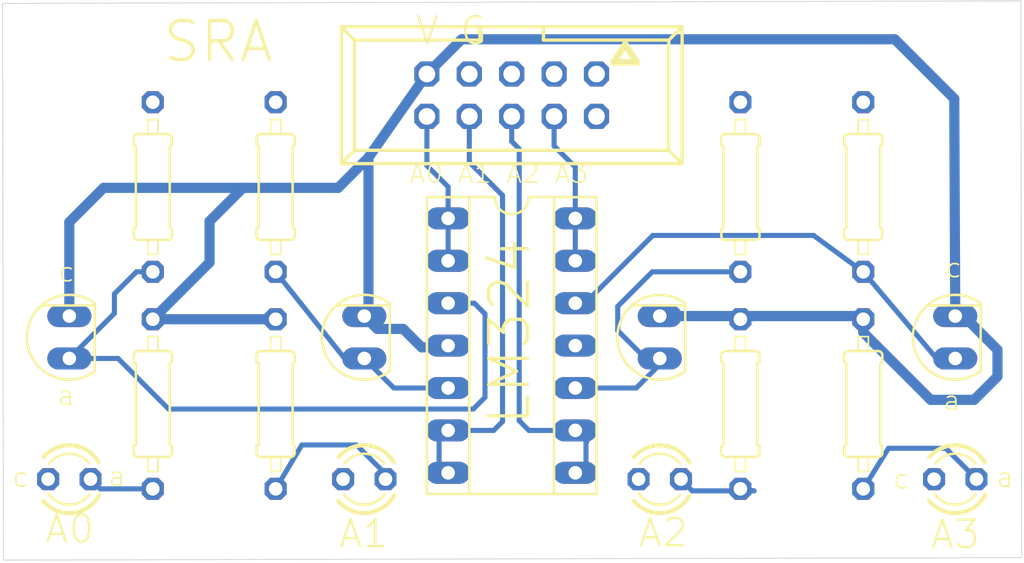
<source format=kicad_pcb>
(kicad_pcb (version 20210824) (generator pcbnew)
  (layers (0 "F.Cu" signal) (31 "B.Cu" signal) (34 "B.Paste" user) (35 "F.Paste" user) (36 "B.SilkS" user "B.Silkscreen") (37 "F.SilkS" user "F.Silkscreen") (38 "B.Mask" user) (39 "F.Mask" user) (44 "Edge.Cuts" user))
  (net 0 "")
  (net 1 "N$1")
  (net 2 "VCC")
  (net 3 "GND")
  (net 4 "N$2")
  (net 5 "N$3")
  (net 6 "N$4")
  (net 7 "N$6")
  (net 8 "N$5")
  (net 9 "A0")
  (net 10 "N$8")
  (net 11 "A3")
  (net 12 "A2")
  (net 13 "A1")
  (net 14 "NS7")
  (footprint "lsar:0207_10" (layer "F.Cu") (at 134.3361 112.4036 90)
    (fp_text reference "R4" hide)
    (fp_text value "" hide)
    (fp_line (start 2.413 1.016) (end 2.54 1.143) (layer "F.SilkS") (width 0.1524))
    (fp_line (start -2.413 -1.016) (end -2.54 -1.143) (layer "F.SilkS") (width 0.1524))
    (fp_line (start -2.921 -1.143) (end -2.54 -1.143) (layer "F.SilkS") (width 0.1524))
    (fp_line (start 2.921 -1.143) (end 2.54 -1.143) (layer "F.SilkS") (width 0.1524))
    (fp_line (start 2.921 1.143) (end 2.54 1.143) (layer "F.SilkS") (width 0.1524))
    (fp_line (start -3.175 0.889) (end -3.175 -0.889) (layer "F.SilkS") (width 0.1524))
    (fp_line (start 2.413 1.016) (end -2.413 1.016) (layer "F.SilkS") (width 0.1524))
    (fp_line (start -2.921 1.143) (end -2.54 1.143) (layer "F.SilkS") (width 0.1524))
    (fp_line (start 2.413 -1.016) (end -2.413 -1.016) (layer "F.SilkS") (width 0.1524))
    (fp_line (start 3.175 0.889) (end 3.175 -0.889) (layer "F.SilkS") (width 0.1524))
    (fp_line (start -2.413 1.016) (end -2.54 1.143) (layer "F.SilkS") (width 0.1524))
    (fp_line (start 2.413 -1.016) (end 2.54 -1.143) (layer "F.SilkS") (width 0.1524))
    (fp_arc (start -2.921 -0.889) (end -3.175 -0.889) (angle 90) (layer "F.SilkS") (width 0.1524))
    (fp_arc (start -2.921 0.889) (end -3.175 0.889) (angle -90) (layer "F.SilkS") (width 0.1524))
    (fp_arc (start 2.921 -0.889) (end 2.921 -1.143) (angle 90) (layer "F.SilkS") (width 0.1524))
    (fp_arc (start 2.921 0.889) (end 2.921 1.143) (angle -90) (layer "F.SilkS") (width 0.1524))
    (fp_poly (pts (xy -4.0386 0.3048) (xy -3.175 0.3048) (xy -3.175 -0.3048) (xy -4.0386 -0.3048)) (layer "F.SilkS") (width 0) (fill none))
    (fp_poly (pts (xy 3.175 0.3048) (xy 4.0386 0.3048) (xy 4.0386 -0.3048) (xy 3.175 -0.3048)) (layer "F.SilkS") (width 0) (fill none))
    (pad "1" thru_hole roundrect (at -5.08 0 90) (size 1.3208 1.3208) (drill 0.8128) (layers *.Cu *.Mask) (chamfer_ratio 0.25) (chamfer top_left top_right bottom_left bottom_right) (net 5 "N$3"))
    (pad "2" thru_hole roundrect (at 5.08 0 90) (size 1.3208 1.3208) (drill 0.8128) (layers *.Cu *.Mask) (chamfer_ratio 0.25) (chamfer top_left top_right bottom_left bottom_right) (net 2 "VCC"))
  )
  (footprint "lsar:SFH206" (layer "F.Cu") (at 175.0461 108.4036)
    (fp_text reference "D4" hide)
    (fp_text value "SFH206" hide)
    (fp_line (start 1.524 -2.032) (end 1.524 -1.905) (layer "F.SilkS") (width 0.1524))
    (fp_line (start 1.524 -1.905) (end 1.524 2.032) (layer "F.SilkS") (width 0.1524))
    (fp_line (start -1.651 -1.905) (end 1.524 -1.905) (layer "F.SilkS") (width 0.1524))
    (fp_arc (start 0 0) (end 0 -2.54) (angle -180) (layer "F.SilkS") (width 0.1524))
    (fp_arc (start 0 0) (end 0 -2.54) (angle 36.869898) (layer "F.SilkS") (width 0.1524))
    (fp_arc (start 0 0) (end 0 2.54) (angle -36.869898) (layer "F.SilkS") (width 0.1524))
    (pad "A" thru_hole oval (at 0 1.27) (size 2.6416 1.3208) (drill 0.8128) (layers *.Cu *.Mask) (net 7 "N$6"))
    (pad "K" thru_hole oval (at 0 -1.27) (size 2.6416 1.3208) (drill 0.8128) (layers *.Cu *.Mask) (net 2 "VCC"))
  )
  (footprint "lsar:0207_10" (layer "F.Cu") (at 126.9761 99.4036 -90)
    (fp_text reference "R1" hide)
    (fp_text value "" hide)
    (fp_line (start 2.921 -1.143) (end 2.54 -1.143) (layer "F.SilkS") (width 0.1524))
    (fp_line (start -2.921 1.143) (end -2.54 1.143) (layer "F.SilkS") (width 0.1524))
    (fp_line (start 2.413 1.016) (end -2.413 1.016) (layer "F.SilkS") (width 0.1524))
    (fp_line (start -2.413 -1.016) (end -2.54 -1.143) (layer "F.SilkS") (width 0.1524))
    (fp_line (start 2.413 -1.016) (end 2.54 -1.143) (layer "F.SilkS") (width 0.1524))
    (fp_line (start 3.175 0.889) (end 3.175 -0.889) (layer "F.SilkS") (width 0.1524))
    (fp_line (start -2.921 -1.143) (end -2.54 -1.143) (layer "F.SilkS") (width 0.1524))
    (fp_line (start 2.921 1.143) (end 2.54 1.143) (layer "F.SilkS") (width 0.1524))
    (fp_line (start -3.175 0.889) (end -3.175 -0.889) (layer "F.SilkS") (width 0.1524))
    (fp_line (start -2.413 1.016) (end -2.54 1.143) (layer "F.SilkS") (width 0.1524))
    (fp_line (start 2.413 -1.016) (end -2.413 -1.016) (layer "F.SilkS") (width 0.1524))
    (fp_line (start 2.413 1.016) (end 2.54 1.143) (layer "F.SilkS") (width 0.1524))
    (fp_arc (start -2.921 0.889) (end -3.175 0.889) (angle -90) (layer "F.SilkS") (width 0.1524))
    (fp_arc (start 2.921 -0.889) (end 2.921 -1.143) (angle 90) (layer "F.SilkS") (width 0.1524))
    (fp_arc (start -2.921 -0.889) (end -3.175 -0.889) (angle 90) (layer "F.SilkS") (width 0.1524))
    (fp_arc (start 2.921 0.889) (end 2.921 1.143) (angle -90) (layer "F.SilkS") (width 0.1524))
    (fp_poly (pts (xy -4.0386 0.3048) (xy -3.175 0.3048) (xy -3.175 -0.3048) (xy -4.0386 -0.3048)) (layer "F.SilkS") (width 0) (fill none))
    (fp_poly (pts (xy 3.175 0.3048) (xy 4.0386 0.3048) (xy 4.0386 -0.3048) (xy 3.175 -0.3048)) (layer "F.SilkS") (width 0) (fill none))
    (pad "1" thru_hole roundrect (at -5.08 0 270) (size 1.3208 1.3208) (drill 0.8128) (layers *.Cu *.Mask) (chamfer_ratio 0.25) (chamfer top_left top_right bottom_left bottom_right) (net 3 "GND"))
    (pad "2" thru_hole roundrect (at 5.08 0 270) (size 1.3208 1.3208) (drill 0.8128) (layers *.Cu *.Mask) (chamfer_ratio 0.25) (chamfer top_left top_right bottom_left bottom_right) (net 4 "N$2"))
  )
  (footprint "lsar:SFH206" (layer "F.Cu") (at 139.6461 108.4036)
    (fp_text reference "D2" hide)
    (fp_text value "SFH206" hide)
    (fp_line (start 1.524 -1.905) (end 1.524 2.032) (layer "F.SilkS") (width 0.1524))
    (fp_line (start 1.524 -2.032) (end 1.524 -1.905) (layer "F.SilkS") (width 0.1524))
    (fp_line (start -1.651 -1.905) (end 1.524 -1.905) (layer "F.SilkS") (width 0.1524))
    (fp_arc (start 0 0) (end 0 -2.54) (angle -180) (layer "F.SilkS") (width 0.1524))
    (fp_arc (start 0 0) (end 0 -2.54) (angle 36.869898) (layer "F.SilkS") (width 0.1524))
    (fp_arc (start 0 0) (end 0 2.54) (angle -36.869898) (layer "F.SilkS") (width 0.1524))
    (pad "A" thru_hole oval (at 0 1.27) (size 2.6416 1.3208) (drill 0.8128) (layers *.Cu *.Mask) (net 6 "N$4"))
    (pad "K" thru_hole oval (at 0 -1.27) (size 2.6416 1.3208) (drill 0.8128) (layers *.Cu *.Mask) (net 2 "VCC"))
  )
  (footprint "lsar:0207_10" (layer "F.Cu") (at 126.9761 112.4036 90)
    (fp_text reference "R2" hide)
    (fp_text value "" hide)
    (fp_line (start 2.413 -1.016) (end -2.413 -1.016) (layer "F.SilkS") (width 0.1524))
    (fp_line (start -2.413 1.016) (end -2.54 1.143) (layer "F.SilkS") (width 0.1524))
    (fp_line (start 3.175 0.889) (end 3.175 -0.889) (layer "F.SilkS") (width 0.1524))
    (fp_line (start 2.413 1.016) (end 2.54 1.143) (layer "F.SilkS") (width 0.1524))
    (fp_line (start -2.921 -1.143) (end -2.54 -1.143) (layer "F.SilkS") (width 0.1524))
    (fp_line (start 2.921 -1.143) (end 2.54 -1.143) (layer "F.SilkS") (width 0.1524))
    (fp_line (start 2.413 1.016) (end -2.413 1.016) (layer "F.SilkS") (width 0.1524))
    (fp_line (start 2.413 -1.016) (end 2.54 -1.143) (layer "F.SilkS") (width 0.1524))
    (fp_line (start 2.921 1.143) (end 2.54 1.143) (layer "F.SilkS") (width 0.1524))
    (fp_line (start -2.921 1.143) (end -2.54 1.143) (layer "F.SilkS") (width 0.1524))
    (fp_line (start -2.413 -1.016) (end -2.54 -1.143) (layer "F.SilkS") (width 0.1524))
    (fp_line (start -3.175 0.889) (end -3.175 -0.889) (layer "F.SilkS") (width 0.1524))
    (fp_arc (start -2.921 -0.889) (end -3.175 -0.889) (angle 90) (layer "F.SilkS") (width 0.1524))
    (fp_arc (start 2.921 0.889) (end 2.921 1.143) (angle -90) (layer "F.SilkS") (width 0.1524))
    (fp_arc (start -2.921 0.889) (end -3.175 0.889) (angle -90) (layer "F.SilkS") (width 0.1524))
    (fp_arc (start 2.921 -0.889) (end 2.921 -1.143) (angle 90) (layer "F.SilkS") (width 0.1524))
    (fp_poly (pts (xy -4.0386 0.3048) (xy -3.175 0.3048) (xy -3.175 -0.3048) (xy -4.0386 -0.3048)) (layer "F.SilkS") (width 0) (fill none))
    (fp_poly (pts (xy 3.175 0.3048) (xy 4.0386 0.3048) (xy 4.0386 -0.3048) (xy 3.175 -0.3048)) (layer "F.SilkS") (width 0) (fill none))
    (pad "1" thru_hole roundrect (at -5.08 0 90) (size 1.3208 1.3208) (drill 0.8128) (layers *.Cu *.Mask) (chamfer_ratio 0.25) (chamfer top_left top_right bottom_left bottom_right) (net 1 "N$1"))
    (pad "2" thru_hole roundrect (at 5.08 0 90) (size 1.3208 1.3208) (drill 0.8128) (layers *.Cu *.Mask) (chamfer_ratio 0.25) (chamfer top_left top_right bottom_left bottom_right) (net 2 "VCC"))
  )
  (footprint "" (layer "F.Cu") (at 165.6761 115.4036)
    (fp_text reference "@HOLE3" hide)
    (fp_text value "" (at 0 0) (layer "F.SilkS") (effects (font (size 1.27 1.27))))
    (pad "" np_thru_hole circle (at 0 0) (size 3 3) (drill 3) (layers *.Cu *.Mask))
  )
  (footprint "lsar:0207_10" (layer "F.Cu") (at 169.5361 99.4036 -90)
    (fp_text reference "R7" hide)
    (fp_text value "" hide)
    (fp_line (start -2.413 1.016) (end -2.54 1.143) (layer "F.SilkS") (width 0.1524))
    (fp_line (start -3.175 0.889) (end -3.175 -0.889) (layer "F.SilkS") (width 0.1524))
    (fp_line (start 2.413 -1.016) (end -2.413 -1.016) (layer "F.SilkS") (width 0.1524))
    (fp_line (start 2.921 -1.143) (end 2.54 -1.143) (layer "F.SilkS") (width 0.1524))
    (fp_line (start 3.175 0.889) (end 3.175 -0.889) (layer "F.SilkS") (width 0.1524))
    (fp_line (start -2.413 -1.016) (end -2.54 -1.143) (layer "F.SilkS") (width 0.1524))
    (fp_line (start 2.413 -1.016) (end 2.54 -1.143) (layer "F.SilkS") (width 0.1524))
    (fp_line (start -2.921 -1.143) (end -2.54 -1.143) (layer "F.SilkS") (width 0.1524))
    (fp_line (start -2.921 1.143) (end -2.54 1.143) (layer "F.SilkS") (width 0.1524))
    (fp_line (start 2.921 1.143) (end 2.54 1.143) (layer "F.SilkS") (width 0.1524))
    (fp_line (start 2.413 1.016) (end 2.54 1.143) (layer "F.SilkS") (width 0.1524))
    (fp_line (start 2.413 1.016) (end -2.413 1.016) (layer "F.SilkS") (width 0.1524))
    (fp_arc (start 2.921 0.889) (end 2.921 1.143) (angle -90) (layer "F.SilkS") (width 0.1524))
    (fp_arc (start -2.921 0.889) (end -3.175 0.889) (angle -90) (layer "F.SilkS") (width 0.1524))
    (fp_arc (start 2.921 -0.889) (end 2.921 -1.143) (angle 90) (layer "F.SilkS") (width 0.1524))
    (fp_arc (start -2.921 -0.889) (end -3.175 -0.889) (angle 90) (layer "F.SilkS") (width 0.1524))
    (fp_poly (pts (xy 3.175 0.3048) (xy 4.0386 0.3048) (xy 4.0386 -0.3048) (xy 3.175 -0.3048)) (layer "F.SilkS") (width 0) (fill none))
    (fp_poly (pts (xy -4.0386 0.3048) (xy -3.175 0.3048) (xy -3.175 -0.3048) (xy -4.0386 -0.3048)) (layer "F.SilkS") (width 0) (fill none))
    (pad "1" thru_hole roundrect (at -5.08 0 270) (size 1.3208 1.3208) (drill 0.8128) (layers *.Cu *.Mask) (chamfer_ratio 0.25) (chamfer top_left top_right bottom_left bottom_right) (net 3 "GND"))
    (pad "2" thru_hole roundrect (at 5.08 0 270) (size 1.3208 1.3208) (drill 0.8128) (layers *.Cu *.Mask) (chamfer_ratio 0.25) (chamfer top_left top_right bottom_left bottom_right) (net 7 "N$6"))
  )
  (footprint "lsar:SFH206" (layer "F.Cu") (at 157.3461 108.4036)
    (fp_text reference "D3" hide)
    (fp_text value "SFH206" hide)
    (fp_line (start 1.524 -2.032) (end 1.524 -1.905) (layer "F.SilkS") (width 0.1524))
    (fp_line (start -1.651 -1.905) (end 1.524 -1.905) (layer "F.SilkS") (width 0.1524))
    (fp_line (start 1.524 -1.905) (end 1.524 2.032) (layer "F.SilkS") (width 0.1524))
    (fp_arc (start 0 0) (end 0 -2.54) (angle -180) (layer "F.SilkS") (width 0.1524))
    (fp_arc (start 0 0) (end 0 -2.54) (angle 36.869898) (layer "F.SilkS") (width 0.1524))
    (fp_arc (start 0 0) (end 0 2.54) (angle -36.869898) (layer "F.SilkS") (width 0.1524))
    (pad "A" thru_hole oval (at 0 1.27) (size 2.6416 1.3208) (drill 0.8128) (layers *.Cu *.Mask) (net 14 "NS7"))
    (pad "K" thru_hole oval (at 0 -1.27) (size 2.6416 1.3208) (drill 0.8128) (layers *.Cu *.Mask) (net 2 "VCC"))
  )
  (footprint "lsar:LED3MM" (layer "F.Cu") (at 175.0461 116.9036 180)
    (fp_text reference "L4" hide)
    (fp_text value "")
    (fp_arc (start 0.000012 0) (end 0 -2.032) (angle 50.193108) (layer "F.SilkS") (width 0.254))
    (fp_arc (start -0.000008 0) (end 0 1.524) (angle -52.126876) (layer "F.SilkS") (width 0.1524))
    (fp_arc (start -0.000056 0) (end -1.7643 1.0082) (angle -60.255215) (layer "F.SilkS") (width 0.254))
    (fp_arc (start 0.000037 0) (end 0 2.032) (angle -49.763022) (layer "F.SilkS") (width 0.254))
    (fp_arc (start 0.000008 0) (end -1.203 0.9356) (angle -52.126876) (layer "F.SilkS") (width 0.1524))
    (fp_arc (start 0 0) (end -1.2192 -0.9144) (angle 53.130102) (layer "F.SilkS") (width 0.1524))
    (fp_arc (start -0.000034 0) (end 0 -1.524) (angle 54.461337) (layer "F.SilkS") (width 0.1524))
    (fp_arc (start 0.00006 0) (end -1.7929 -0.9562) (angle 61.926949) (layer "F.SilkS") (width 0.254))
    (pad "A" thru_hole roundrect (at -1.27 0 180) (size 1.3208 1.3208) (drill 0.8128) (layers *.Cu *.Mask) (chamfer_ratio 0.25) (chamfer top_left top_right bottom_left bottom_right) (net 8 "N$5"))
    (pad "K" thru_hole roundrect (at 1.27 0 180) (size 1.3208 1.3208) (drill 0.8128) (layers *.Cu *.Mask) (chamfer_ratio 0.25) (chamfer top_left top_right bottom_left bottom_right) (net 3 "GND"))
  )
  (footprint "lsar:LED3MM" (layer "F.Cu") (at 121.9761 116.9036 180)
    (fp_text reference "A1" hide)
    (fp_text value "")
    (fp_arc (start 0.000037 0) (end 0 2.032) (angle -49.763022) (layer "F.SilkS") (width 0.254))
    (fp_arc (start -0.000034 0) (end 0 -1.524) (angle 54.461337) (layer "F.SilkS") (width 0.1524))
    (fp_arc (start 0.000008 0) (end -1.203 0.9356) (angle -52.126876) (layer "F.SilkS") (width 0.1524))
    (fp_arc (start 0 0) (end -1.2192 -0.9144) (angle 53.130102) (layer "F.SilkS") (width 0.1524))
    (fp_arc (start 0.00006 0) (end -1.7929 -0.9562) (angle 61.926949) (layer "F.SilkS") (width 0.254))
    (fp_arc (start 0.000012 0) (end 0 -2.032) (angle 50.193108) (layer "F.SilkS") (width 0.254))
    (fp_arc (start -0.000056 0) (end -1.7643 1.0082) (angle -60.255215) (layer "F.SilkS") (width 0.254))
    (fp_arc (start -0.000008 0) (end 0 1.524) (angle -52.126876) (layer "F.SilkS") (width 0.1524))
    (pad "A" thru_hole roundrect (at -1.27 0 180) (size 1.3208 1.3208) (drill 0.8128) (layers *.Cu *.Mask) (chamfer_ratio 0.25) (chamfer top_left top_right bottom_left bottom_right) (net 1 "N$1"))
    (pad "K" thru_hole roundrect (at 1.27 0 180) (size 1.3208 1.3208) (drill 0.8128) (layers *.Cu *.Mask) (chamfer_ratio 0.25) (chamfer top_left top_right bottom_left bottom_right) (net 3 "GND"))
  )
  (footprint "lsar:SFH206" (layer "F.Cu") (at 121.9761 108.4036)
    (fp_text reference "D1" hide)
    (fp_text value "SFH206" hide)
    (fp_line (start 1.524 -2.032) (end 1.524 -1.905) (layer "F.SilkS") (width 0.1524))
    (fp_line (start 1.524 -1.905) (end 1.524 2.032) (layer "F.SilkS") (width 0.1524))
    (fp_line (start -1.651 -1.905) (end 1.524 -1.905) (layer "F.SilkS") (width 0.1524))
    (fp_arc (start 0 0) (end 0 -2.54) (angle -180) (layer "F.SilkS") (width 0.1524))
    (fp_arc (start 0 0) (end 0 2.54) (angle -36.869898) (layer "F.SilkS") (width 0.1524))
    (fp_arc (start 0 0) (end 0 -2.54) (angle 36.869898) (layer "F.SilkS") (width 0.1524))
    (pad "A" thru_hole oval (at 0 1.27) (size 2.6416 1.3208) (drill 0.8128) (layers *.Cu *.Mask) (net 4 "N$2"))
    (pad "K" thru_hole oval (at 0 -1.27) (size 2.6416 1.3208) (drill 0.8128) (layers *.Cu *.Mask) (net 2 "VCC"))
  )
  (footprint "lsar:0207_10" (layer "F.Cu") (at 162.1761 112.4036 90)
    (fp_text reference "R6" hide)
    (fp_text value "" hide)
    (fp_line (start 2.413 1.016) (end 2.54 1.143) (layer "F.SilkS") (width 0.1524))
    (fp_line (start -2.921 -1.143) (end -2.54 -1.143) (layer "F.SilkS") (width 0.1524))
    (fp_line (start 2.921 1.143) (end 2.54 1.143) (layer "F.SilkS") (width 0.1524))
    (fp_line (start 2.413 -1.016) (end 2.54 -1.143) (layer "F.SilkS") (width 0.1524))
    (fp_line (start -3.175 0.889) (end -3.175 -0.889) (layer "F.SilkS") (width 0.1524))
    (fp_line (start -2.921 1.143) (end -2.54 1.143) (layer "F.SilkS") (width 0.1524))
    (fp_line (start 2.921 -1.143) (end 2.54 -1.143) (layer "F.SilkS") (width 0.1524))
    (fp_line (start 3.175 0.889) (end 3.175 -0.889) (layer "F.SilkS") (width 0.1524))
    (fp_line (start -2.413 -1.016) (end -2.54 -1.143) (layer "F.SilkS") (width 0.1524))
    (fp_line (start 2.413 1.016) (end -2.413 1.016) (layer "F.SilkS") (width 0.1524))
    (fp_line (start 2.413 -1.016) (end -2.413 -1.016) (layer "F.SilkS") (width 0.1524))
    (fp_line (start -2.413 1.016) (end -2.54 1.143) (layer "F.SilkS") (width 0.1524))
    (fp_arc (start 2.921 0.889) (end 2.921 1.143) (angle -90) (layer "F.SilkS") (width 0.1524))
    (fp_arc (start 2.921 -0.889) (end 2.921 -1.143) (angle 90) (layer "F.SilkS") (width 0.1524))
    (fp_arc (start -2.921 0.889) (end -3.175 0.889) (angle -90) (layer "F.SilkS") (width 0.1524))
    (fp_arc (start -2.921 -0.889) (end -3.175 -0.889) (angle 90) (layer "F.SilkS") (width 0.1524))
    (fp_poly (pts (xy 3.175 0.3048) (xy 4.0386 0.3048) (xy 4.0386 -0.3048) (xy 3.175 -0.3048)) (layer "F.SilkS") (width 0) (fill none))
    (fp_poly (pts (xy -4.0386 0.3048) (xy -3.175 0.3048) (xy -3.175 -0.3048) (xy -4.0386 -0.3048)) (layer "F.SilkS") (width 0) (fill none))
    (pad "1" thru_hole roundrect (at -5.08 0 90) (size 1.3208 1.3208) (drill 0.8128) (layers *.Cu *.Mask) (chamfer_ratio 0.25) (chamfer top_left top_right bottom_left bottom_right) (net 10 "N$8"))
    (pad "2" thru_hole roundrect (at 5.08 0 90) (size 1.3208 1.3208) (drill 0.8128) (layers *.Cu *.Mask) (chamfer_ratio 0.25) (chamfer top_left top_right bottom_left bottom_right) (net 2 "VCC"))
  )
  (footprint "lsar:SOCKET-14" (layer "F.Cu") (at 148.4761 108.9036 -90)
    (fp_text reference "IC1" hide)
    (fp_text value "")
    (fp_line (start -8.89 -2.54) (end 8.89 -2.54) (layer "F.SilkS") (width 0.1524))
    (fp_line (start 8.89 -2.54) (end 8.89 2.54) (layer "F.SilkS") (width 0.1524))
    (fp_line (start -8.89 2.54) (end 8.89 2.54) (layer "F.SilkS") (width 0.1524))
    (fp_line (start -8.89 5.08) (end 8.89 5.08) (layer "F.SilkS") (width 0.1524))
    (fp_line (start 8.89 -5.08) (end -8.89 -5.08) (layer "F.SilkS") (width 0.1524))
    (fp_line (start 8.89 -5.08) (end 8.89 -2.54) (layer "F.SilkS") (width 0.1524))
    (fp_line (start 8.89 2.54) (end 8.89 5.08) (layer "F.SilkS") (width 0.1524))
    (fp_line (start -8.89 2.54) (end -8.89 1.016) (layer "F.SilkS") (width 0.1524))
    (fp_line (start -8.89 5.08) (end -8.89 2.54) (layer "F.SilkS") (width 0.1524))
    (fp_line (start -8.89 -2.54) (end -8.89 -1.016) (layer "F.SilkS") (width 0.1524))
    (fp_line (start -8.89 -5.08) (end -8.89 -2.54) (layer "F.SilkS") (width 0.1524))
    (fp_arc (start -8.89 0) (end -8.89 -1.016) (angle 180) (layer "F.SilkS") (width 0.1524))
    (pad "1" thru_hole oval (at -7.62 3.81) (size 2.6416 1.3208) (drill 0.8128) (layers *.Cu *.Mask) (net 9 "A0"))
    (pad "2" thru_hole oval (at -5.08 3.81) (size 2.6416 1.3208) (drill 0.8128) (layers *.Cu *.Mask) (net 9 "A0"))
    (pad "3" thru_hole oval (at -2.54 3.81) (size 2.6416 1.3208) (drill 0.8128) (layers *.Cu *.Mask) (net 4 "N$2"))
    (pad "4" thru_hole oval (at 0 3.81) (size 2.6416 1.3208) (drill 0.8128) (layers *.Cu *.Mask) (net 2 "VCC"))
    (pad "5" thru_hole oval (at 2.54 3.81) (size 2.6416 1.3208) (drill 0.8128) (layers *.Cu *.Mask) (net 6 "N$4"))
    (pad "6" thru_hole oval (at 5.08 3.81) (size 2.6416 1.3208) (drill 0.8128) (layers *.Cu *.Mask) (net 13 "A1"))
    (pad "7" thru_hole oval (at 7.62 3.81) (size 2.6416 1.3208) (drill 0.8128) (layers *.Cu *.Mask) (net 13 "A1"))
    (pad "8" thru_hole oval (at 7.62 -3.81) (size 2.6416 1.3208) (drill 0.8128) (layers *.Cu *.Mask) (net 12 "A2"))
    (pad "9" thru_hole oval (at 5.08 -3.81) (size 2.6416 1.3208) (drill 0.8128) (layers *.Cu *.Mask) (net 12 "A2"))
    (pad "10" thru_hole oval (at 2.54 -3.81) (size 2.6416 1.3208) (drill 0.8128) (layers *.Cu *.Mask) (net 14 "NS7"))
    (pad "11" thru_hole oval (at 0 -3.81) (size 2.6416 1.3208) (drill 0.8128) (layers *.Cu *.Mask) (net 3 "GND"))
    (pad "12" thru_hole oval (at -2.54 -3.81) (size 2.6416 1.3208) (drill 0.8128) (layers *.Cu *.Mask) (net 7 "N$6"))
    (pad "13" thru_hole oval (at -5.08 -3.81) (size 2.6416 1.3208) (drill 0.8128) (layers *.Cu *.Mask) (net 11 "A3"))
    (pad "14" thru_hole oval (at -7.62 -3.81) (size 2.6416 1.3208) (drill 0.8128) (layers *.Cu *.Mask) (net 11 "A3"))
  )
  (footprint "" (layer "F.Cu") (at 130.4761 115.4036)
    (fp_text reference "@HOLE2" hide)
    (fp_text value "" (at 0 0) (layer "F.SilkS") (effects (font (size 1.27 1.27))))
    (pad "" np_thru_hole circle (at 0 0) (size 3 3) (drill 3) (layers *.Cu *.Mask))
  )
  (footprint "lsar:0207_10" (layer "F.Cu") (at 169.5361 112.4036 90)
    (fp_text reference "R8" hide)
    (fp_text value "" hide)
    (fp_line (start 2.413 1.016) (end -2.413 1.016) (layer "F.SilkS") (width 0.1524))
    (fp_line (start 2.413 1.016) (end 2.54 1.143) (layer "F.SilkS") (width 0.1524))
    (fp_line (start -3.175 0.889) (end -3.175 -0.889) (layer "F.SilkS") (width 0.1524))
    (fp_line (start -2.921 1.143) (end -2.54 1.143) (layer "F.SilkS") (width 0.1524))
    (fp_line (start -2.413 -1.016) (end -2.54 -1.143) (layer "F.SilkS") (width 0.1524))
    (fp_line (start -2.413 1.016) (end -2.54 1.143) (layer "F.SilkS") (width 0.1524))
    (fp_line (start 2.921 -1.143) (end 2.54 -1.143) (layer "F.SilkS") (width 0.1524))
    (fp_line (start -2.921 -1.143) (end -2.54 -1.143) (layer "F.SilkS") (width 0.1524))
    (fp_line (start 3.175 0.889) (end 3.175 -0.889) (layer "F.SilkS") (width 0.1524))
    (fp_line (start 2.413 -1.016) (end 2.54 -1.143) (layer "F.SilkS") (width 0.1524))
    (fp_line (start 2.413 -1.016) (end -2.413 -1.016) (layer "F.SilkS") (width 0.1524))
    (fp_line (start 2.921 1.143) (end 2.54 1.143) (layer "F.SilkS") (width 0.1524))
    (fp_arc (start -2.921 0.889) (end -3.175 0.889) (angle -90) (layer "F.SilkS") (width 0.1524))
    (fp_arc (start 2.921 0.889) (end 2.921 1.143) (angle -90) (layer "F.SilkS") (width 0.1524))
    (fp_arc (start -2.921 -0.889) (end -3.175 -0.889) (angle 90) (layer "F.SilkS") (width 0.1524))
    (fp_arc (start 2.921 -0.889) (end 2.921 -1.143) (angle 90) (layer "F.SilkS") (width 0.1524))
    (fp_poly (pts (xy 3.175 0.3048) (xy 4.0386 0.3048) (xy 4.0386 -0.3048) (xy 3.175 -0.3048)) (layer "F.SilkS") (width 0) (fill none))
    (fp_poly (pts (xy -4.0386 0.3048) (xy -3.175 0.3048) (xy -3.175 -0.3048) (xy -4.0386 -0.3048)) (layer "F.SilkS") (width 0) (fill none))
    (pad "1" thru_hole roundrect (at -5.08 0 90) (size 1.3208 1.3208) (drill 0.8128) (layers *.Cu *.Mask) (chamfer_ratio 0.25) (chamfer top_left top_right bottom_left bottom_right) (net 8 "N$5"))
    (pad "2" thru_hole roundrect (at 5.08 0 90) (size 1.3208 1.3208) (drill 0.8128) (layers *.Cu *.Mask) (chamfer_ratio 0.25) (chamfer top_left top_right bottom_left bottom_right) (net 2 "VCC"))
  )
  (footprint "lsar:LED3MM" (layer "F.Cu") (at 157.3461 116.9036 180)
    (fp_text reference "L3" hide)
    (fp_text value "")
    (fp_arc (start 0.000012 0) (end 0 -2.032) (angle 50.193108) (layer "F.SilkS") (width 0.254))
    (fp_arc (start 0 0) (end -1.2192 -0.9144) (angle 53.130102) (layer "F.SilkS") (width 0.1524))
    (fp_arc (start -0.000008 0) (end 0 1.524) (angle -52.126876) (layer "F.SilkS") (width 0.1524))
    (fp_arc (start -0.000034 0) (end 0 -1.524) (angle 54.461337) (layer "F.SilkS") (width 0.1524))
    (fp_arc (start -0.000056 0) (end -1.7643 1.0082) (angle -60.255215) (layer "F.SilkS") (width 0.254))
    (fp_arc (start 0.00006 0) (end -1.7929 -0.9562) (angle 61.926949) (layer "F.SilkS") (width 0.254))
    (fp_arc (start 0.000008 0) (end -1.203 0.9356) (angle -52.126876) (layer "F.SilkS") (width 0.1524))
    (fp_arc (start 0.000037 0) (end 0 2.032) (angle -49.763022) (layer "F.SilkS") (width 0.254))
    (pad "A" thru_hole roundrect (at -1.27 0 180) (size 1.3208 1.3208) (drill 0.8128) (layers *.Cu *.Mask) (chamfer_ratio 0.25) (chamfer top_left top_right bottom_left bottom_right) (net 10 "N$8"))
    (pad "K" thru_hole roundrect (at 1.27 0 180) (size 1.3208 1.3208) (drill 0.8128) (layers *.Cu *.Mask) (chamfer_ratio 0.25) (chamfer top_left top_right bottom_left bottom_right) (net 3 "GND"))
  )
  (footprint "" (layer "F.Cu") (at 120.4761 90.9036)
    (fp_text reference "@HOLE1" hide)
    (fp_text value "" (at 0 0) (layer "F.SilkS") (effects (font (size 1.27 1.27))))
    (pad "" np_thru_hole circle (at 0 0) (size 3 3) (drill 3) (layers *.Cu *.Mask))
  )
  (footprint "lsar:0207_10" (layer "F.Cu") (at 134.3361 99.4036 -90)
    (fp_text reference "R3" hide)
    (fp_text value "" hide)
    (fp_line (start 2.413 1.016) (end 2.54 1.143) (layer "F.SilkS") (width 0.1524))
    (fp_line (start 2.921 1.143) (end 2.54 1.143) (layer "F.SilkS") (width 0.1524))
    (fp_line (start -2.413 -1.016) (end -2.54 -1.143) (layer "F.SilkS") (width 0.1524))
    (fp_line (start 2.413 -1.016) (end 2.54 -1.143) (layer "F.SilkS") (width 0.1524))
    (fp_line (start 2.413 1.016) (end -2.413 1.016) (layer "F.SilkS") (width 0.1524))
    (fp_line (start -3.175 0.889) (end -3.175 -0.889) (layer "F.SilkS") (width 0.1524))
    (fp_line (start -2.921 -1.143) (end -2.54 -1.143) (layer "F.SilkS") (width 0.1524))
    (fp_line (start -2.921 1.143) (end -2.54 1.143) (layer "F.SilkS") (width 0.1524))
    (fp_line (start 2.921 -1.143) (end 2.54 -1.143) (layer "F.SilkS") (width 0.1524))
    (fp_line (start -2.413 1.016) (end -2.54 1.143) (layer "F.SilkS") (width 0.1524))
    (fp_line (start 2.413 -1.016) (end -2.413 -1.016) (layer "F.SilkS") (width 0.1524))
    (fp_line (start 3.175 0.889) (end 3.175 -0.889) (layer "F.SilkS") (width 0.1524))
    (fp_arc (start -2.921 0.889) (end -3.175 0.889) (angle -90) (layer "F.SilkS") (width 0.1524))
    (fp_arc (start -2.921 -0.889) (end -3.175 -0.889) (angle 90) (layer "F.SilkS") (width 0.1524))
    (fp_arc (start 2.921 0.889) (end 2.921 1.143) (angle -90) (layer "F.SilkS") (width 0.1524))
    (fp_arc (start 2.921 -0.889) (end 2.921 -1.143) (angle 90) (layer "F.SilkS") (width 0.1524))
    (fp_poly (pts (xy 3.175 0.3048) (xy 4.0386 0.3048) (xy 4.0386 -0.3048) (xy 3.175 -0.3048)) (layer "F.SilkS") (width 0) (fill none))
    (fp_poly (pts (xy -4.0386 0.3048) (xy -3.175 0.3048) (xy -3.175 -0.3048) (xy -4.0386 -0.3048)) (layer "F.SilkS") (width 0) (fill none))
    (pad "1" thru_hole roundrect (at -5.08 0 270) (size 1.3208 1.3208) (drill 0.8128) (layers *.Cu *.Mask) (chamfer_ratio 0.25) (chamfer top_left top_right bottom_left bottom_right) (net 3 "GND"))
    (pad "2" thru_hole roundrect (at 5.08 0 270) (size 1.3208 1.3208) (drill 0.8128) (layers *.Cu *.Mask) (chamfer_ratio 0.25) (chamfer top_left top_right bottom_left bottom_right) (net 6 "N$4"))
  )
  (footprint "lsar:LED3MM" (layer "F.Cu") (at 139.6461 116.9036 180)
    (fp_text reference "L2" hide)
    (fp_text value "")
    (fp_arc (start -0.000034 0) (end 0 -1.524) (angle 54.461337) (layer "F.SilkS") (width 0.1524))
    (fp_arc (start 0 0) (end -1.2192 -0.9144) (angle 53.130102) (layer "F.SilkS") (width 0.1524))
    (fp_arc (start 0.00006 0) (end -1.7929 -0.9562) (angle 61.926949) (layer "F.SilkS") (width 0.254))
    (fp_arc (start -0.000008 0) (end 0 1.524) (angle -52.126876) (layer "F.SilkS") (width 0.1524))
    (fp_arc (start 0.000008 0) (end -1.203 0.9356) (angle -52.126876) (layer "F.SilkS") (width 0.1524))
    (fp_arc (start 0.000037 0) (end 0 2.032) (angle -49.763022) (layer "F.SilkS") (width 0.254))
    (fp_arc (start -0.000056 0) (end -1.7643 1.0082) (angle -60.255215) (layer "F.SilkS") (width 0.254))
    (fp_arc (start 0.000012 0) (end 0 -2.032) (angle 50.193108) (layer "F.SilkS") (width 0.254))
    (pad "A" thru_hole roundrect (at -1.27 0 180) (size 1.3208 1.3208) (drill 0.8128) (layers *.Cu *.Mask) (chamfer_ratio 0.25) (chamfer top_left top_right bottom_left bottom_right) (net 5 "N$3"))
    (pad "K" thru_hole roundrect (at 1.27 0 180) (size 1.3208 1.3208) (drill 0.8128) (layers *.Cu *.Mask) (chamfer_ratio 0.25) (chamfer top_left top_right bottom_left bottom_right) (net 3 "GND"))
  )
  (footprint "" (layer "F.Cu") (at 176.4761 90.9036)
    (fp_text reference "@HOLE0" hide)
    (fp_text value "" (at 0 0) (layer "F.SilkS") (effects (font (size 1.27 1.27))))
    (pad "" np_thru_hole circle (at 0 0) (size 3 3) (drill 3) (layers *.Cu *.Mask))
  )
  (footprint "lsar:0207_10" (layer "F.Cu") (at 162.1761 99.4036 -90)
    (fp_text reference "R5" hide)
    (fp_text value "" hide)
    (fp_line (start 2.921 -1.143) (end 2.54 -1.143) (layer "F.SilkS") (width 0.1524))
    (fp_line (start 2.413 1.016) (end -2.413 1.016) (layer "F.SilkS") (width 0.1524))
    (fp_line (start 2.921 1.143) (end 2.54 1.143) (layer "F.SilkS") (width 0.1524))
    (fp_line (start 3.175 0.889) (end 3.175 -0.889) (layer "F.SilkS") (width 0.1524))
    (fp_line (start 2.413 -1.016) (end -2.413 -1.016) (layer "F.SilkS") (width 0.1524))
    (fp_line (start -2.921 1.143) (end -2.54 1.143) (layer "F.SilkS") (width 0.1524))
    (fp_line (start -2.413 1.016) (end -2.54 1.143) (layer "F.SilkS") (width 0.1524))
    (fp_line (start -2.921 -1.143) (end -2.54 -1.143) (layer "F.SilkS") (width 0.1524))
    (fp_line (start -3.175 0.889) (end -3.175 -0.889) (layer "F.SilkS") (width 0.1524))
    (fp_line (start 2.413 1.016) (end 2.54 1.143) (layer "F.SilkS") (width 0.1524))
    (fp_line (start -2.413 -1.016) (end -2.54 -1.143) (layer "F.SilkS") (width 0.1524))
    (fp_line (start 2.413 -1.016) (end 2.54 -1.143) (layer "F.SilkS") (width 0.1524))
    (fp_arc (start -2.921 -0.889) (end -3.175 -0.889) (angle 90) (layer "F.SilkS") (width 0.1524))
    (fp_arc (start 2.921 -0.889) (end 2.921 -1.143) (angle 90) (layer "F.SilkS") (width 0.1524))
    (fp_arc (start 2.921 0.889) (end 2.921 1.143) (angle -90) (layer "F.SilkS") (width 0.1524))
    (fp_arc (start -2.921 0.889) (end -3.175 0.889) (angle -90) (layer "F.SilkS") (width 0.1524))
    (fp_poly (pts (xy -4.0386 0.3048) (xy -3.175 0.3048) (xy -3.175 -0.3048) (xy -4.0386 -0.3048)) (layer "F.SilkS") (width 0) (fill none))
    (fp_poly (pts (xy 3.175 0.3048) (xy 4.0386 0.3048) (xy 4.0386 -0.3048) (xy 3.175 -0.3048)) (layer "F.SilkS") (width 0) (fill none))
    (pad "1" thru_hole roundrect (at -5.08 0 270) (size 1.3208 1.3208) (drill 0.8128) (layers *.Cu *.Mask) (chamfer_ratio 0.25) (chamfer top_left top_right bottom_left bottom_right) (net 3 "GND"))
    (pad "2" thru_hole roundrect (at 5.08 0 270) (size 1.3208 1.3208) (drill 0.8128) (layers *.Cu *.Mask) (chamfer_ratio 0.25) (chamfer top_left top_right bottom_left bottom_right) (net 14 "NS7"))
  )
  (footprint "lsar:057-010-1" (layer "F.Cu") (at 148.4761 93.9036 180)
    (fp_text reference "X1" hide)
    (fp_text value "057-010-1" hide)
    (fp_line (start 10.21 -4.1) (end 9.41 -3.3) (layer "F.SilkS") (width 0.2032))
    (fp_line (start -6.1 1.97) (end -7.5 1.97) (layer "F.SilkS") (width 0.4064))
    (fp_line (start -1.9 3.32) (end -1.9 4.03) (layer "F.SilkS") (width 0.2032))
    (fp_line (start 10.21 4.1) (end 10.21 -4.1) (layer "F.SilkS") (width 0.2032))
    (fp_line (start -6.8 3.04) (end -6.1 1.97) (layer "F.SilkS") (width 0.4064))
    (fp_line (start 9.41 -3.3) (end 9.41 3.3) (layer "F.SilkS") (width 0.2032))
    (fp_line (start 9.41 3.3) (end 1.9 3.3) (layer "F.SilkS") (width 0.2032))
    (fp_line (start -9.41 3.3) (end -9.41 -3.3) (layer "F.SilkS") (width 0.2032))
    (fp_line (start -10.21 -4.1) (end -9.41 -3.3) (layer "F.SilkS") (width 0.2032))
    (fp_line (start -1.9 3.3) (end -9.41 3.3) (layer "F.SilkS") (width 0.2032))
    (fp_line (start -7.5 1.97) (end -6.8 3.04) (layer "F.SilkS") (width 0.4064))
    (fp_line (start 1.9 3.32) (end 1.9 4.03) (layer "F.SilkS") (width 0.2032))
    (fp_line (start -10.21 4.1) (end -9.41 3.3) (layer "F.SilkS") (width 0.2032))
    (fp_line (start -9.41 -3.3) (end 9.41 -3.3) (layer "F.SilkS") (width 0.2032))
    (fp_line (start 10.21 -4.1) (end -10.21 -4.1) (layer "F.SilkS") (width 0.2032))
    (fp_line (start -10.21 4.1) (end 10.21 4.1) (layer "F.SilkS") (width 0.2032))
    (fp_line (start 9.41 3.3) (end 10.21 4.1) (layer "F.SilkS") (width 0.2032))
    (fp_line (start -10.21 4.1) (end -10.21 -4.1) (layer "F.SilkS") (width 0.2032))
    (pad "1" thru_hole roundrect (at -5.08 1.27 180) (size 1.508 1.508) (drill 1) (layers *.Cu *.Mask) (chamfer_ratio 0.25) (chamfer top_left top_right bottom_left bottom_right))
    (pad "2" thru_hole roundrect (at -5.08 -1.27 180) (size 1.508 1.508) (drill 1) (layers *.Cu *.Mask) (chamfer_ratio 0.25) (chamfer top_left top_right bottom_left bottom_right))
    (pad "3" thru_hole roundrect (at -2.54 1.27 180) (size 1.508 1.508) (drill 1) (layers *.Cu *.Mask) (chamfer_ratio 0.25) (chamfer top_left top_right bottom_left bottom_right))
    (pad "4" thru_hole roundrect (at -2.54 -1.27 180) (size 1.508 1.508) (drill 1) (layers *.Cu *.Mask) (chamfer_ratio 0.25) (chamfer top_left top_right bottom_left bottom_right) (net 11 "A3"))
    (pad "5" thru_hole roundrect (at 0 1.27 180) (size 1.508 1.508) (drill 1) (layers *.Cu *.Mask) (chamfer_ratio 0.25) (chamfer top_left top_right bottom_left bottom_right))
    (pad "6" thru_hole roundrect (at 0 -1.27 180) (size 1.508 1.508) (drill 1) (layers *.Cu *.Mask) (chamfer_ratio 0.25) (chamfer top_left top_right bottom_left bottom_right) (net 12 "A2"))
    (pad "7" thru_hole roundrect (at 2.54 1.27 180) (size 1.508 1.508) (drill 1) (layers *.Cu *.Mask) (chamfer_ratio 0.25) (chamfer top_left top_right bottom_left bottom_right) (net 3 "GND"))
    (pad "8" thru_hole roundrect (at 2.54 -1.27 180) (size 1.508 1.508) (drill 1) (layers *.Cu *.Mask) (chamfer_ratio 0.25) (chamfer top_left top_right bottom_left bottom_right) (net 13 "A1"))
    (pad "9" thru_hole roundrect (at 5.08 1.27 180) (size 1.508 1.508) (drill 1) (layers *.Cu *.Mask) (chamfer_ratio 0.25) (chamfer top_left top_right bottom_left bottom_right) (net 2 "VCC"))
    (pad "10" thru_hole roundrect (at 5.08 -1.27 180) (size 1.508 1.508) (drill 1) (layers *.Cu *.Mask) (chamfer_ratio 0.25) (chamfer top_left top_right bottom_left bottom_right) (net 9 "A0"))
  )
  (gr_line (start 118.0261 121.7536) (end 179.0261 121.6036) (layer "Edge.Cuts") (width 0.05))
  (gr_line (start 178.9761 88.2536) (end 117.9761 88.4036) (layer "Edge.Cuts") (width 0.05))
  (gr_line (start 179.0261 121.6036) (end 178.9761 88.2536) (layer "Edge.Cuts") (width 0.05))
  (gr_line (start 117.9761 88.4036) (end 118.0261 121.7536) (layer "Edge.Cuts") (width 0.05))
  (gr_text "" (at 127.6261 114.3036 90) (layer "F.SilkS") (effects (font (size 1.308608 1.308608) (thickness 0.113792)) (justify left bottom)))
  (gr_text "SRA" (at 127.4761 92.0536) (layer "F.SilkS") (effects (font (size 2.3368 2.3368) (thickness 0.2032)) (justify left bottom)))
  (gr_text "" (at 134.9261 114.1536 90) (layer "F.SilkS") (effects (font (size 1.308608 1.308608) (thickness 0.113792)) (justify left bottom)))
  (gr_text "" (at 127.6761 101.9536 90) (layer "F.SilkS") (effects (font (size 1.308608 1.308608) (thickness 0.113792)) (justify left bottom)))
  (gr_text "" (at 162.8761 114.4036 90) (layer "F.SilkS") (effects (font (size 1.308608 1.308608) (thickness 0.113792)) (justify left bottom)))
  (gr_text "c" (at 119.6261 116.1036) (layer "F.SilkS") (effects (font (size 1.1684 1.1684) (thickness 0.1016)) (justify right top)))
  (gr_text "" (at 162.7761 101.9536 90) (layer "F.SilkS") (effects (font (size 1.308608 1.308608) (thickness 0.113792)) (justify left bottom)))
  (gr_text "V G" (at 142.6261 91.0036) (layer "F.SilkS") (effects (font (size 1.63576 1.63576) (thickness 0.14224)) (justify left bottom)))
  (gr_text "A1" (at 141.1761 119.2036) (layer "F.SilkS") (effects (font (size 1.63576 1.63576) (thickness 0.14224)) (justify right top)))
  (gr_text "a" (at 175.4261 111.5036) (layer "F.SilkS") (effects (font (size 1.1684 1.1684) (thickness 0.1016)) (justify right top)))
  (gr_text "c" (at 175.5261 103.5536) (layer "F.SilkS") (effects (font (size 1.1684 1.1684) (thickness 0.1016)) (justify right top)))
  (gr_text "A3" (at 176.6261 119.2536) (layer "F.SilkS") (effects (font (size 1.63576 1.63576) (thickness 0.14224)) (justify right top)))
  (gr_text "a" (at 122.3761 111.2036) (layer "F.SilkS") (effects (font (size 1.1684 1.1684) (thickness 0.1016)) (justify right top)))
  (gr_text "c" (at 172.3761 116.2036) (layer "F.SilkS") (effects (font (size 1.1684 1.1684) (thickness 0.1016)) (justify right top)))
  (gr_text "A0" (at 120.4261 120.8536) (layer "F.SilkS") (effects (font (size 1.63576 1.63576) (thickness 0.14224)) (justify left bottom)))
  (gr_text "" (at 134.9261 101.9036 90) (layer "F.SilkS") (effects (font (size 1.308608 1.308608) (thickness 0.113792)) (justify left bottom)))
  (gr_text "a" (at 178.6261 116.1036) (layer "F.SilkS") (effects (font (size 1.1684 1.1684) (thickness 0.1016)) (justify right top)))
  (gr_text "A2" (at 159.1261 119.1536) (layer "F.SilkS") (effects (font (size 1.63576 1.63576) (thickness 0.14224)) (justify right top)))
  (gr_text "" (at 170.2261 114.4036 90) (layer "F.SilkS") (effects (font (size 1.308608 1.308608) (thickness 0.113792)) (justify left bottom)))
  (gr_text "A0 A1 A2 A3" (at 142.2761 99.2536) (layer "F.SilkS") (effects (font (size 1.127 1.127) (thickness 0.098)) (justify left bottom)))
  (gr_text "a" (at 125.4261 116.0536) (layer "F.SilkS") (effects (font (size 1.1684 1.1684) (thickness 0.1016)) (justify right top)))
  (gr_text "c" (at 122.3761 103.8036) (layer "F.SilkS") (effects (font (size 1.1684 1.1684) (thickness 0.1016)) (justify right top)))
  (gr_text "LM324" (at 149.7261 113.8036 90) (layer "F.SilkS") (effects (font (size 2.3368 2.3368) (thickness 0.2032)) (justify left bottom)))
  (gr_text "" (at 170.2261 101.8536 90) (layer "F.SilkS") (effects (font (size 1.308608 1.308608) (thickness 0.113792)) (justify left bottom)))
  (segment (start 123.2461 116.9036) (end 123.8261 117.4836) (width 0.3048) (layer "B.Cu") (net 1))
  (segment (start 123.8261 117.4836) (end 126.9761 117.4836) (width 0.3048) (layer "B.Cu") (net 1))
  (segment (start 177.5761 110.7536) (end 177.5761 109.1536) (width 0.6096) (layer "B.Cu") (net 2))
  (segment (start 126.9761 107.3236) (end 130.3761 103.9236) (width 0.6096) (layer "B.Cu") (net 2))
  (segment (start 141.9761 107.9036) (end 143.0761 109.0036) (width 0.6096) (layer "B.Cu") (net 2))
  (segment (start 139.8961 97.6336) (end 143.3961 92.6336) (width 0.6096) (layer "B.Cu") (net 2))
  (segment (start 126.9761 107.3236) (end 134.3361 107.3236) (width 0.6096) (layer "B.Cu") (net 2))
  (segment (start 138.0761 99.4536) (end 139.8961 97.6336) (width 0.6096) (layer "B.Cu") (net 2))
  (segment (start 175.0461 107.1336) (end 174.9861 94.1136) (width 0.6096) (layer "B.Cu") (net 2))
  (segment (start 176.1761 112.1536) (end 177.5761 110.7536) (width 0.6096) (layer "B.Cu") (net 2))
  (segment (start 177.5761 109.1536) (end 175.5561 107.1336) (width 0.6096) (layer "B.Cu") (net 2))
  (segment (start 130.3761 101.4536) (end 132.3761 99.4536) (width 0.6096) (layer "B.Cu") (net 2))
  (segment (start 130.3761 103.9236) (end 130.3761 101.4536) (width 0.6096) (layer "B.Cu") (net 2))
  (segment (start 124.0261 99.4536) (end 132.3761 99.4536) (width 0.6096) (layer "B.Cu") (net 2))
  (segment (start 139.6461 107.1336) (end 140.4161 107.9036) (width 0.6096) (layer "B.Cu") (net 2))
  (segment (start 162.9261 107.1336) (end 162.1761 107.3236) (width 0.6096) (layer "B.Cu") (net 2))
  (segment (start 171.4261 90.5536) (end 145.4761 90.5536) (width 0.6096) (layer "B.Cu") (net 2))
  (segment (start 176.1761 112.1536) (end 173.5761 112.1536) (width 0.6096) (layer "B.Cu") (net 2))
  (segment (start 162.9261 107.1336) (end 169.3461 107.1336) (width 0.6096) (layer "B.Cu") (net 2))
  (segment (start 175.0461 107.1336) (end 175.5561 107.1336) (width 0.6096) (layer "B.Cu") (net 2))
  (segment (start 121.9761 101.5036) (end 124.0261 99.4536) (width 0.6096) (layer "B.Cu") (net 2))
  (segment (start 143.0761 109.0036) (end 144.5661 109.0036) (width 0.6096) (layer "B.Cu") (net 2))
  (segment (start 169.5361 108.1136) (end 169.5361 107.3236) (width 0.6096) (layer "B.Cu") (net 2))
  (segment (start 145.4761 90.5536) (end 143.3961 92.6336) (width 0.6096) (layer "B.Cu") (net 2))
  (segment (start 174.9861 94.1136) (end 171.4261 90.5536) (width 0.6096) (layer "B.Cu") (net 2))
  (segment (start 173.5761 112.1536) (end 169.5361 108.1136) (width 0.6096) (layer "B.Cu") (net 2))
  (segment (start 140.4161 107.9036) (end 141.9761 107.9036) (width 0.6096) (layer "B.Cu") (net 2))
  (segment (start 157.3461 107.1336) (end 162.9261 107.1336) (width 0.6096) (layer "B.Cu") (net 2))
  (segment (start 139.6461 107.1336) (end 139.8961 106.8836) (width 0.6096) (layer "B.Cu") (net 2))
  (segment (start 121.9761 101.5036) (end 121.9761 107.1336) (width 0.6096) (layer "B.Cu") (net 2))
  (segment (start 144.5661 109.0036) (end 144.6661 108.9036) (width 0.6096) (layer "B.Cu") (net 2))
  (segment (start 132.3761 99.4536) (end 138.0761 99.4536) (width 0.6096) (layer "B.Cu") (net 2))
  (segment (start 169.3461 107.1336) (end 169.5361 107.3236) (width 0.6096) (layer "B.Cu") (net 2))
  (segment (start 139.8961 97.6336) (end 139.8961 106.8836) (width 0.6096) (layer "B.Cu") (net 2))
  (segment (start 124.6761 106.9736) (end 124.6761 105.8036) (width 0.3048) (layer "B.Cu") (net 4))
  (segment (start 144.6661 106.3636) (end 146.2361 106.3636) (width 0.3048) (layer "B.Cu") (net 4))
  (segment (start 127.9261 112.7036) (end 146.1761 112.7036) (width 0.3048) (layer "B.Cu") (net 4))
  (segment (start 146.2361 106.3636) (end 146.8761 107.0036) (width 0.3048) (layer "B.Cu") (net 4))
  (segment (start 121.9761 109.6736) (end 124.6761 106.9736) (width 0.3048) (layer "B.Cu") (net 4))
  (segment (start 124.8961 109.6736) (end 121.9761 109.6736) (width 0.3048) (layer "B.Cu") (net 4))
  (segment (start 146.8761 112.0036) (end 146.8761 107.0036) (width 0.3048) (layer "B.Cu") (net 4))
  (segment (start 125.9961 104.4836) (end 124.6761 105.8036) (width 0.3048) (layer "B.Cu") (net 4))
  (segment (start 124.8961 109.6736) (end 127.9261 112.7036) (width 0.3048) (layer "B.Cu") (net 4))
  (segment (start 125.9961 104.4836) (end 126.9761 104.4836) (width 0.3048) (layer "B.Cu") (net 4))
  (segment (start 146.1761 112.7036) (end 146.8761 112.0036) (width 0.3048) (layer "B.Cu") (net 4))
  (segment (start 140.9161 116.5936) (end 140.9161 116.9036) (width 0.3048) (layer "B.Cu") (net 5))
  (segment (start 134.3361 117.4836) (end 135.9061 114.8536) (width 0.3048) (layer "B.Cu") (net 5))
  (segment (start 139.1761 114.8536) (end 140.9161 116.5936) (width 0.3048) (layer "B.Cu") (net 5))
  (segment (start 135.9061 114.8536) (end 139.1761 114.8536) (width 0.3048) (layer "B.Cu") (net 5))
  (segment (start 144.6661 111.4436) (end 141.4161 111.4436) (width 0.3048) (layer "B.Cu") (net 6))
  (segment (start 138.4661 109.6736) (end 139.6461 109.6736) (width 0.3048) (layer "B.Cu") (net 6))
  (segment (start 141.4161 111.4436) (end 139.6461 109.6736) (width 0.3048) (layer "B.Cu") (net 6))
  (segment (start 134.3361 104.4836) (end 138.4661 109.6736) (width 0.3048) (layer "B.Cu") (net 6))
  (segment (start 166.5561 102.3036) (end 169.5361 104.4836) (width 0.3048) (layer "B.Cu") (net 7))
  (segment (start 173.9261 109.6736) (end 169.5361 104.4836) (width 0.3048) (layer "B.Cu") (net 7))
  (segment (start 152.2861 106.3636) (end 152.8661 106.3636) (width 0.3048) (layer "B.Cu") (net 7))
  (segment (start 175.0461 109.6736) (end 173.9261 109.6736) (width 0.3048) (layer "B.Cu") (net 7))
  (segment (start 152.8661 106.3636) (end 156.9261 102.3036) (width 0.3048) (layer "B.Cu") (net 7))
  (segment (start 156.9261 102.3036) (end 166.5561 102.3036) (width 0.3048) (layer "B.Cu") (net 7))
  (segment (start 176.2561 116.8336) (end 176.3161 116.9036) (width 0.3048) (layer "B.Cu") (net 8))
  (segment (start 171.0461 115.0536) (end 174.4761 115.0536) (width 0.3048) (layer "B.Cu") (net 8))
  (segment (start 174.4761 115.0536) (end 176.2561 116.8336) (width 0.3048) (layer "B.Cu") (net 8))
  (segment (start 169.5361 117.4836) (end 171.0461 115.0536) (width 0.3048) (layer "B.Cu") (net 8))
  (segment (start 144.6661 101.2836) (end 144.6661 99.3936) (width 0.3048) (layer "B.Cu") (net 9))
  (segment (start 144.6661 99.3936) (end 143.3961 98.1236) (width 0.3048) (layer "B.Cu") (net 9))
  (segment (start 144.6661 103.8236) (end 144.6661 101.2836) (width 0.3048) (layer "B.Cu") (net 9))
  (segment (start 143.3961 95.1736) (end 143.3961 98.1236) (width 0.3048) (layer "B.Cu") (net 9))
  (segment (start 159.2861 117.6036) (end 162.9961 117.6036) (width 0.3048) (layer "B.Cu") (net 10))
  (segment (start 162.9961 117.6036) (end 162.1761 117.4836) (width 0.3048) (layer "B.Cu") (net 10))
  (segment (start 158.6161 116.9036) (end 159.2861 117.6036) (width 0.3048) (layer "B.Cu") (net 10))
  (segment (start 152.2861 98.2136) (end 151.0161 96.9436) (width 0.3048) (layer "B.Cu") (net 11))
  (segment (start 152.2861 103.8236) (end 152.2861 101.2836) (width 0.3048) (layer "B.Cu") (net 11))
  (segment (start 151.0161 96.9436) (end 151.0161 95.1736) (width 0.3048) (layer "B.Cu") (net 11))
  (segment (start 152.2861 101.2836) (end 152.2861 98.2136) (width 0.3048) (layer "B.Cu") (net 11))
  (segment (start 152.9261 114.7036) (end 152.9261 115.9536) (width 0.3048) (layer "B.Cu") (net 12))
  (segment (start 152.2861 113.9836) (end 152.3061 113.9836) (width 0.3048) (layer "B.Cu") (net 12))
  (segment (start 148.9261 97.1236) (end 148.4761 96.6736) (width 0.3048) (layer "B.Cu") (net 12))
  (segment (start 152.9761 114.6536) (end 152.9261 114.7036) (width 0.3048) (layer "B.Cu") (net 12))
  (segment (start 149.5061 113.9836) (end 148.9261 113.4036) (width 0.3048) (layer "B.Cu") (net 12))
  (segment (start 148.4761 96.6736) (end 148.4761 95.1736) (width 0.3048) (layer "B.Cu") (net 12))
  (segment (start 152.2861 113.9836) (end 149.5061 113.9836) (width 0.3048) (layer "B.Cu") (net 12))
  (segment (start 152.9261 115.9536) (end 152.3561 116.5236) (width 0.3048) (layer "B.Cu") (net 12))
  (segment (start 152.3061 113.9836) (end 152.9761 114.6536) (width 0.3048) (layer "B.Cu") (net 12))
  (segment (start 148.9261 113.4036) (end 148.9261 97.1236) (width 0.3048) (layer "B.Cu") (net 12))
  (segment (start 152.3561 116.5236) (end 152.2861 116.5236) (width 0.3048) (layer "B.Cu") (net 12))
  (segment (start 147.9261 113.4536) (end 147.3961 113.9836) (width 0.3048) (layer "B.Cu") (net 13))
  (segment (start 145.9361 97.9136) (end 147.9261 99.9036) (width 0.3048) (layer "B.Cu") (net 13))
  (segment (start 144.1261 114.5236) (end 144.1261 115.9836) (width 0.3048) (layer "B.Cu") (net 13))
  (segment (start 144.6661 113.9836) (end 144.1261 114.5236) (width 0.3048) (layer "B.Cu") (net 13))
  (segment (start 145.9361 95.1736) (end 145.9361 97.9136) (width 0.3048) (layer "B.Cu") (net 13))
  (segment (start 144.1261 115.9836) (end 144.6661 116.5236) (width 0.3048) (layer "B.Cu") (net 13))
  (segment (start 147.9261 99.9036) (end 147.9261 113.4536) (width 0.3048) (layer "B.Cu") (net 13))
  (segment (start 147.3961 113.9836) (end 144.6661 113.9836) (width 0.3048) (layer "B.Cu") (net 13))
  (segment (start 157.3461 110.0336) (end 155.9361 111.4436) (width 0.3048) (layer "B.Cu") (net 14))
  (segment (start 154.8261 106.5536) (end 156.8961 104.4836) (width 0.3048) (layer "B.Cu") (net 14))
  (segment (start 155.9361 111.4436) (end 152.2861 111.4436) (width 0.3048) (layer "B.Cu") (net 14))
  (segment (start 154.8261 108.0036) (end 154.8261 106.5536) (width 0.3048) (layer "B.Cu") (net 14))
  (segment (start 156.4961 109.6736) (end 154.8261 108.0036) (width 0.3048) (layer "B.Cu") (net 14))
  (segment (start 157.3461 109.6736) (end 157.3461 110.0336) (width 0.3048) (layer "B.Cu") (net 14))
  (segment (start 157.3461 109.6736) (end 156.4961 109.6736) (width 0.3048) (layer "B.Cu") (net 14))
  (segment (start 156.8961 104.4836) (end 162.1761 104.4836) (width 0.3048) (layer "B.Cu") (net 14))
)
</source>
